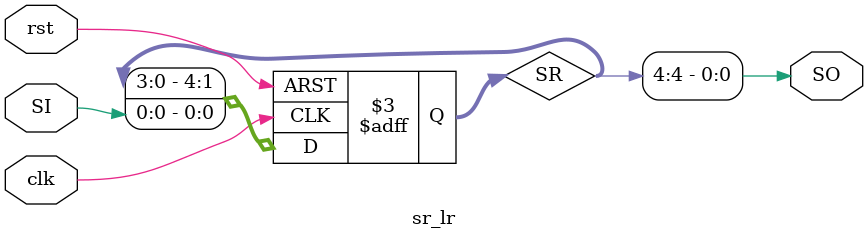
<source format=v>

module sr_lr(SO,clk,rst,SI);

input			SI,clk,rst;
output			SO;

reg		[4:0]	SR;

always @(posedge clk, negedge rst)
	if(!rst)
		SR <= 5'd0;
	else
		SR <= {SR[3:0],SI};
		
assign SO = SR[4];

endmodule
</source>
